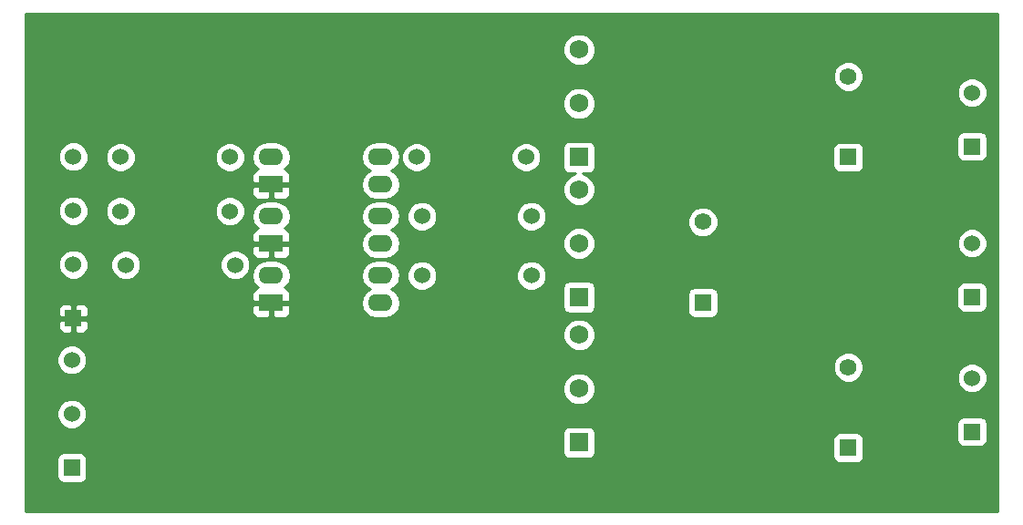
<source format=gbr>
G04 #@! TF.FileFunction,Copper,L2,Bot,Signal*
%FSLAX46Y46*%
G04 Gerber Fmt 4.6, Leading zero omitted, Abs format (unit mm)*
G04 Created by KiCad (PCBNEW 4.0.7-e1-6374~58~ubuntu14.04.1) date Fri Aug 18 20:02:15 2017*
%MOMM*%
%LPD*%
G01*
G04 APERTURE LIST*
%ADD10C,0.100000*%
%ADD11C,1.524000*%
%ADD12R,1.562100X1.562100*%
%ADD13C,1.562100*%
%ADD14R,1.524000X1.524000*%
%ADD15R,1.750000X1.750000*%
%ADD16C,1.750000*%
%ADD17R,2.286000X1.574800*%
%ADD18O,2.286000X1.574800*%
%ADD19C,0.254000*%
G04 APERTURE END LIST*
D10*
D11*
X167580000Y-140500000D03*
X157420000Y-140500000D03*
X167580000Y-145500000D03*
X157420000Y-145500000D03*
X168080000Y-150500000D03*
X157920000Y-150500000D03*
X184920000Y-140500000D03*
X195080000Y-140500000D03*
X185420000Y-146000000D03*
X195580000Y-146000000D03*
X185420000Y-151500000D03*
X195580000Y-151500000D03*
D12*
X225000000Y-140493000D03*
D13*
X225000000Y-133000000D03*
D12*
X211500000Y-153993000D03*
D13*
X211500000Y-146500000D03*
D12*
X225000000Y-167493000D03*
D13*
X225000000Y-160000000D03*
D14*
X236500000Y-166000000D03*
D11*
X236500000Y-161000000D03*
D14*
X236500000Y-139500000D03*
D11*
X236500000Y-134500000D03*
D14*
X236500000Y-153500000D03*
D11*
X236500000Y-148500000D03*
D14*
X153035000Y-155455000D03*
D11*
X153035000Y-150455000D03*
X153035000Y-145455000D03*
X153035000Y-140455000D03*
D14*
X152908000Y-169338000D03*
D11*
X152908000Y-164338000D03*
X152908000Y-159338000D03*
D15*
X200000000Y-140500000D03*
D16*
X200000000Y-135500000D03*
X200000000Y-130500000D03*
D15*
X200000000Y-153500000D03*
D16*
X200000000Y-148500000D03*
X200000000Y-143500000D03*
D15*
X200000000Y-167000000D03*
D16*
X200000000Y-162000000D03*
X200000000Y-157000000D03*
D17*
X171420000Y-154020000D03*
D18*
X171420000Y-151480000D03*
X181580000Y-151480000D03*
X181580000Y-154020000D03*
D17*
X171420000Y-148520000D03*
D18*
X171420000Y-145980000D03*
X181580000Y-145980000D03*
X181580000Y-148520000D03*
D17*
X171420000Y-143020000D03*
D18*
X171420000Y-140480000D03*
X181580000Y-140480000D03*
X181580000Y-143020000D03*
D19*
G36*
X238873000Y-173373000D02*
X148627000Y-173373000D01*
X148627000Y-168576000D01*
X151498560Y-168576000D01*
X151498560Y-170100000D01*
X151542838Y-170335317D01*
X151681910Y-170551441D01*
X151894110Y-170696431D01*
X152146000Y-170747440D01*
X153670000Y-170747440D01*
X153905317Y-170703162D01*
X154121441Y-170564090D01*
X154266431Y-170351890D01*
X154317440Y-170100000D01*
X154317440Y-168576000D01*
X154273162Y-168340683D01*
X154134090Y-168124559D01*
X153921890Y-167979569D01*
X153670000Y-167928560D01*
X152146000Y-167928560D01*
X151910683Y-167972838D01*
X151694559Y-168111910D01*
X151549569Y-168324110D01*
X151498560Y-168576000D01*
X148627000Y-168576000D01*
X148627000Y-166125000D01*
X198477560Y-166125000D01*
X198477560Y-167875000D01*
X198521838Y-168110317D01*
X198660910Y-168326441D01*
X198873110Y-168471431D01*
X199125000Y-168522440D01*
X200875000Y-168522440D01*
X201110317Y-168478162D01*
X201326441Y-168339090D01*
X201471431Y-168126890D01*
X201522440Y-167875000D01*
X201522440Y-166711950D01*
X223571510Y-166711950D01*
X223571510Y-168274050D01*
X223615788Y-168509367D01*
X223754860Y-168725491D01*
X223967060Y-168870481D01*
X224218950Y-168921490D01*
X225781050Y-168921490D01*
X226016367Y-168877212D01*
X226232491Y-168738140D01*
X226377481Y-168525940D01*
X226428490Y-168274050D01*
X226428490Y-166711950D01*
X226384212Y-166476633D01*
X226245140Y-166260509D01*
X226032940Y-166115519D01*
X225781050Y-166064510D01*
X224218950Y-166064510D01*
X223983633Y-166108788D01*
X223767509Y-166247860D01*
X223622519Y-166460060D01*
X223571510Y-166711950D01*
X201522440Y-166711950D01*
X201522440Y-166125000D01*
X201478162Y-165889683D01*
X201339090Y-165673559D01*
X201126890Y-165528569D01*
X200875000Y-165477560D01*
X199125000Y-165477560D01*
X198889683Y-165521838D01*
X198673559Y-165660910D01*
X198528569Y-165873110D01*
X198477560Y-166125000D01*
X148627000Y-166125000D01*
X148627000Y-164614661D01*
X151510758Y-164614661D01*
X151722990Y-165128303D01*
X152115630Y-165521629D01*
X152628900Y-165734757D01*
X153184661Y-165735242D01*
X153698303Y-165523010D01*
X153983810Y-165238000D01*
X235090560Y-165238000D01*
X235090560Y-166762000D01*
X235134838Y-166997317D01*
X235273910Y-167213441D01*
X235486110Y-167358431D01*
X235738000Y-167409440D01*
X237262000Y-167409440D01*
X237497317Y-167365162D01*
X237713441Y-167226090D01*
X237858431Y-167013890D01*
X237909440Y-166762000D01*
X237909440Y-165238000D01*
X237865162Y-165002683D01*
X237726090Y-164786559D01*
X237513890Y-164641569D01*
X237262000Y-164590560D01*
X235738000Y-164590560D01*
X235502683Y-164634838D01*
X235286559Y-164773910D01*
X235141569Y-164986110D01*
X235090560Y-165238000D01*
X153983810Y-165238000D01*
X154091629Y-165130370D01*
X154304757Y-164617100D01*
X154305242Y-164061339D01*
X154093010Y-163547697D01*
X153700370Y-163154371D01*
X153187100Y-162941243D01*
X152631339Y-162940758D01*
X152117697Y-163152990D01*
X151724371Y-163545630D01*
X151511243Y-164058900D01*
X151510758Y-164614661D01*
X148627000Y-164614661D01*
X148627000Y-162299040D01*
X198489738Y-162299040D01*
X198719138Y-162854229D01*
X199143537Y-163279370D01*
X199698325Y-163509738D01*
X200299040Y-163510262D01*
X200854229Y-163280862D01*
X201279370Y-162856463D01*
X201509738Y-162301675D01*
X201510262Y-161700960D01*
X201280862Y-161145771D01*
X200856463Y-160720630D01*
X200301675Y-160490262D01*
X199700960Y-160489738D01*
X199145771Y-160719138D01*
X198720630Y-161143537D01*
X198490262Y-161698325D01*
X198489738Y-162299040D01*
X148627000Y-162299040D01*
X148627000Y-159614661D01*
X151510758Y-159614661D01*
X151722990Y-160128303D01*
X152115630Y-160521629D01*
X152628900Y-160734757D01*
X153184661Y-160735242D01*
X153698303Y-160523010D01*
X153941302Y-160280434D01*
X223583705Y-160280434D01*
X223798831Y-160801080D01*
X224196825Y-161199769D01*
X224717095Y-161415804D01*
X225280434Y-161416295D01*
X225618374Y-161276661D01*
X235102758Y-161276661D01*
X235314990Y-161790303D01*
X235707630Y-162183629D01*
X236220900Y-162396757D01*
X236776661Y-162397242D01*
X237290303Y-162185010D01*
X237683629Y-161792370D01*
X237896757Y-161279100D01*
X237897242Y-160723339D01*
X237685010Y-160209697D01*
X237292370Y-159816371D01*
X236779100Y-159603243D01*
X236223339Y-159602758D01*
X235709697Y-159814990D01*
X235316371Y-160207630D01*
X235103243Y-160720900D01*
X235102758Y-161276661D01*
X225618374Y-161276661D01*
X225801080Y-161201169D01*
X226199769Y-160803175D01*
X226415804Y-160282905D01*
X226416295Y-159719566D01*
X226201169Y-159198920D01*
X225803175Y-158800231D01*
X225282905Y-158584196D01*
X224719566Y-158583705D01*
X224198920Y-158798831D01*
X223800231Y-159196825D01*
X223584196Y-159717095D01*
X223583705Y-160280434D01*
X153941302Y-160280434D01*
X154091629Y-160130370D01*
X154304757Y-159617100D01*
X154305242Y-159061339D01*
X154093010Y-158547697D01*
X153700370Y-158154371D01*
X153187100Y-157941243D01*
X152631339Y-157940758D01*
X152117697Y-158152990D01*
X151724371Y-158545630D01*
X151511243Y-159058900D01*
X151510758Y-159614661D01*
X148627000Y-159614661D01*
X148627000Y-157299040D01*
X198489738Y-157299040D01*
X198719138Y-157854229D01*
X199143537Y-158279370D01*
X199698325Y-158509738D01*
X200299040Y-158510262D01*
X200854229Y-158280862D01*
X201279370Y-157856463D01*
X201509738Y-157301675D01*
X201510262Y-156700960D01*
X201280862Y-156145771D01*
X200856463Y-155720630D01*
X200301675Y-155490262D01*
X199700960Y-155489738D01*
X199145771Y-155719138D01*
X198720630Y-156143537D01*
X198490262Y-156698325D01*
X198489738Y-157299040D01*
X148627000Y-157299040D01*
X148627000Y-155740750D01*
X151638000Y-155740750D01*
X151638000Y-156343309D01*
X151734673Y-156576698D01*
X151913301Y-156755327D01*
X152146690Y-156852000D01*
X152749250Y-156852000D01*
X152908000Y-156693250D01*
X152908000Y-155582000D01*
X153162000Y-155582000D01*
X153162000Y-156693250D01*
X153320750Y-156852000D01*
X153923310Y-156852000D01*
X154156699Y-156755327D01*
X154335327Y-156576698D01*
X154432000Y-156343309D01*
X154432000Y-155740750D01*
X154273250Y-155582000D01*
X153162000Y-155582000D01*
X152908000Y-155582000D01*
X151796750Y-155582000D01*
X151638000Y-155740750D01*
X148627000Y-155740750D01*
X148627000Y-154566691D01*
X151638000Y-154566691D01*
X151638000Y-155169250D01*
X151796750Y-155328000D01*
X152908000Y-155328000D01*
X152908000Y-154216750D01*
X153162000Y-154216750D01*
X153162000Y-155328000D01*
X154273250Y-155328000D01*
X154432000Y-155169250D01*
X154432000Y-154566691D01*
X154335327Y-154333302D01*
X154307776Y-154305750D01*
X169642000Y-154305750D01*
X169642000Y-154933710D01*
X169738673Y-155167099D01*
X169917302Y-155345727D01*
X170150691Y-155442400D01*
X171134250Y-155442400D01*
X171293000Y-155283650D01*
X171293000Y-154147000D01*
X171547000Y-154147000D01*
X171547000Y-155283650D01*
X171705750Y-155442400D01*
X172689309Y-155442400D01*
X172922698Y-155345727D01*
X173101327Y-155167099D01*
X173198000Y-154933710D01*
X173198000Y-154305750D01*
X173039250Y-154147000D01*
X171547000Y-154147000D01*
X171293000Y-154147000D01*
X169800750Y-154147000D01*
X169642000Y-154305750D01*
X154307776Y-154305750D01*
X154156699Y-154154673D01*
X153923310Y-154058000D01*
X153320750Y-154058000D01*
X153162000Y-154216750D01*
X152908000Y-154216750D01*
X152749250Y-154058000D01*
X152146690Y-154058000D01*
X151913301Y-154154673D01*
X151734673Y-154333302D01*
X151638000Y-154566691D01*
X148627000Y-154566691D01*
X148627000Y-150731661D01*
X151637758Y-150731661D01*
X151849990Y-151245303D01*
X152242630Y-151638629D01*
X152755900Y-151851757D01*
X153311661Y-151852242D01*
X153825303Y-151640010D01*
X154218629Y-151247370D01*
X154414084Y-150776661D01*
X156522758Y-150776661D01*
X156734990Y-151290303D01*
X157127630Y-151683629D01*
X157640900Y-151896757D01*
X158196661Y-151897242D01*
X158710303Y-151685010D01*
X159103629Y-151292370D01*
X159316757Y-150779100D01*
X159316759Y-150776661D01*
X166682758Y-150776661D01*
X166894990Y-151290303D01*
X167287630Y-151683629D01*
X167800900Y-151896757D01*
X168356661Y-151897242D01*
X168870303Y-151685010D01*
X169075671Y-151480000D01*
X169607167Y-151480000D01*
X169715441Y-152024329D01*
X170023778Y-152485789D01*
X170191115Y-152597600D01*
X170150691Y-152597600D01*
X169917302Y-152694273D01*
X169738673Y-152872901D01*
X169642000Y-153106290D01*
X169642000Y-153734250D01*
X169800750Y-153893000D01*
X171293000Y-153893000D01*
X171293000Y-153873000D01*
X171547000Y-153873000D01*
X171547000Y-153893000D01*
X173039250Y-153893000D01*
X173198000Y-153734250D01*
X173198000Y-153106290D01*
X173101327Y-152872901D01*
X172922698Y-152694273D01*
X172689309Y-152597600D01*
X172648885Y-152597600D01*
X172816222Y-152485789D01*
X173124559Y-152024329D01*
X173232833Y-151480000D01*
X179767167Y-151480000D01*
X179875441Y-152024329D01*
X180183778Y-152485789D01*
X180579199Y-152750000D01*
X180183778Y-153014211D01*
X179875441Y-153475671D01*
X179767167Y-154020000D01*
X179875441Y-154564329D01*
X180183778Y-155025789D01*
X180645238Y-155334126D01*
X181189567Y-155442400D01*
X181970433Y-155442400D01*
X182514762Y-155334126D01*
X182976222Y-155025789D01*
X183284559Y-154564329D01*
X183392833Y-154020000D01*
X183284559Y-153475671D01*
X182976222Y-153014211D01*
X182580801Y-152750000D01*
X182976222Y-152485789D01*
X183284559Y-152024329D01*
X183333823Y-151776661D01*
X184022758Y-151776661D01*
X184234990Y-152290303D01*
X184627630Y-152683629D01*
X185140900Y-152896757D01*
X185696661Y-152897242D01*
X186210303Y-152685010D01*
X186603629Y-152292370D01*
X186816757Y-151779100D01*
X186816759Y-151776661D01*
X194182758Y-151776661D01*
X194394990Y-152290303D01*
X194787630Y-152683629D01*
X195300900Y-152896757D01*
X195856661Y-152897242D01*
X196370303Y-152685010D01*
X196430417Y-152625000D01*
X198477560Y-152625000D01*
X198477560Y-154375000D01*
X198521838Y-154610317D01*
X198660910Y-154826441D01*
X198873110Y-154971431D01*
X199125000Y-155022440D01*
X200875000Y-155022440D01*
X201110317Y-154978162D01*
X201326441Y-154839090D01*
X201471431Y-154626890D01*
X201522440Y-154375000D01*
X201522440Y-153211950D01*
X210071510Y-153211950D01*
X210071510Y-154774050D01*
X210115788Y-155009367D01*
X210254860Y-155225491D01*
X210467060Y-155370481D01*
X210718950Y-155421490D01*
X212281050Y-155421490D01*
X212516367Y-155377212D01*
X212732491Y-155238140D01*
X212877481Y-155025940D01*
X212928490Y-154774050D01*
X212928490Y-153211950D01*
X212884212Y-152976633D01*
X212745140Y-152760509D01*
X212712197Y-152738000D01*
X235090560Y-152738000D01*
X235090560Y-154262000D01*
X235134838Y-154497317D01*
X235273910Y-154713441D01*
X235486110Y-154858431D01*
X235738000Y-154909440D01*
X237262000Y-154909440D01*
X237497317Y-154865162D01*
X237713441Y-154726090D01*
X237858431Y-154513890D01*
X237909440Y-154262000D01*
X237909440Y-152738000D01*
X237865162Y-152502683D01*
X237726090Y-152286559D01*
X237513890Y-152141569D01*
X237262000Y-152090560D01*
X235738000Y-152090560D01*
X235502683Y-152134838D01*
X235286559Y-152273910D01*
X235141569Y-152486110D01*
X235090560Y-152738000D01*
X212712197Y-152738000D01*
X212532940Y-152615519D01*
X212281050Y-152564510D01*
X210718950Y-152564510D01*
X210483633Y-152608788D01*
X210267509Y-152747860D01*
X210122519Y-152960060D01*
X210071510Y-153211950D01*
X201522440Y-153211950D01*
X201522440Y-152625000D01*
X201478162Y-152389683D01*
X201339090Y-152173559D01*
X201126890Y-152028569D01*
X200875000Y-151977560D01*
X199125000Y-151977560D01*
X198889683Y-152021838D01*
X198673559Y-152160910D01*
X198528569Y-152373110D01*
X198477560Y-152625000D01*
X196430417Y-152625000D01*
X196763629Y-152292370D01*
X196976757Y-151779100D01*
X196977242Y-151223339D01*
X196765010Y-150709697D01*
X196372370Y-150316371D01*
X195859100Y-150103243D01*
X195303339Y-150102758D01*
X194789697Y-150314990D01*
X194396371Y-150707630D01*
X194183243Y-151220900D01*
X194182758Y-151776661D01*
X186816759Y-151776661D01*
X186817242Y-151223339D01*
X186605010Y-150709697D01*
X186212370Y-150316371D01*
X185699100Y-150103243D01*
X185143339Y-150102758D01*
X184629697Y-150314990D01*
X184236371Y-150707630D01*
X184023243Y-151220900D01*
X184022758Y-151776661D01*
X183333823Y-151776661D01*
X183392833Y-151480000D01*
X183284559Y-150935671D01*
X182976222Y-150474211D01*
X182514762Y-150165874D01*
X181970433Y-150057600D01*
X181189567Y-150057600D01*
X180645238Y-150165874D01*
X180183778Y-150474211D01*
X179875441Y-150935671D01*
X179767167Y-151480000D01*
X173232833Y-151480000D01*
X173124559Y-150935671D01*
X172816222Y-150474211D01*
X172354762Y-150165874D01*
X171810433Y-150057600D01*
X171029567Y-150057600D01*
X170485238Y-150165874D01*
X170023778Y-150474211D01*
X169715441Y-150935671D01*
X169607167Y-151480000D01*
X169075671Y-151480000D01*
X169263629Y-151292370D01*
X169476757Y-150779100D01*
X169477242Y-150223339D01*
X169265010Y-149709697D01*
X168872370Y-149316371D01*
X168359100Y-149103243D01*
X167803339Y-149102758D01*
X167289697Y-149314990D01*
X166896371Y-149707630D01*
X166683243Y-150220900D01*
X166682758Y-150776661D01*
X159316759Y-150776661D01*
X159317242Y-150223339D01*
X159105010Y-149709697D01*
X158712370Y-149316371D01*
X158199100Y-149103243D01*
X157643339Y-149102758D01*
X157129697Y-149314990D01*
X156736371Y-149707630D01*
X156523243Y-150220900D01*
X156522758Y-150776661D01*
X154414084Y-150776661D01*
X154431757Y-150734100D01*
X154432242Y-150178339D01*
X154220010Y-149664697D01*
X153827370Y-149271371D01*
X153314100Y-149058243D01*
X152758339Y-149057758D01*
X152244697Y-149269990D01*
X151851371Y-149662630D01*
X151638243Y-150175900D01*
X151637758Y-150731661D01*
X148627000Y-150731661D01*
X148627000Y-148805750D01*
X169642000Y-148805750D01*
X169642000Y-149433710D01*
X169738673Y-149667099D01*
X169917302Y-149845727D01*
X170150691Y-149942400D01*
X171134250Y-149942400D01*
X171293000Y-149783650D01*
X171293000Y-148647000D01*
X171547000Y-148647000D01*
X171547000Y-149783650D01*
X171705750Y-149942400D01*
X172689309Y-149942400D01*
X172922698Y-149845727D01*
X173101327Y-149667099D01*
X173198000Y-149433710D01*
X173198000Y-148805750D01*
X173039250Y-148647000D01*
X171547000Y-148647000D01*
X171293000Y-148647000D01*
X169800750Y-148647000D01*
X169642000Y-148805750D01*
X148627000Y-148805750D01*
X148627000Y-145731661D01*
X151637758Y-145731661D01*
X151849990Y-146245303D01*
X152242630Y-146638629D01*
X152755900Y-146851757D01*
X153311661Y-146852242D01*
X153825303Y-146640010D01*
X154218629Y-146247370D01*
X154414084Y-145776661D01*
X156022758Y-145776661D01*
X156234990Y-146290303D01*
X156627630Y-146683629D01*
X157140900Y-146896757D01*
X157696661Y-146897242D01*
X158210303Y-146685010D01*
X158603629Y-146292370D01*
X158816757Y-145779100D01*
X158816759Y-145776661D01*
X166182758Y-145776661D01*
X166394990Y-146290303D01*
X166787630Y-146683629D01*
X167300900Y-146896757D01*
X167856661Y-146897242D01*
X168370303Y-146685010D01*
X168763629Y-146292370D01*
X168893336Y-145980000D01*
X169607167Y-145980000D01*
X169715441Y-146524329D01*
X170023778Y-146985789D01*
X170191115Y-147097600D01*
X170150691Y-147097600D01*
X169917302Y-147194273D01*
X169738673Y-147372901D01*
X169642000Y-147606290D01*
X169642000Y-148234250D01*
X169800750Y-148393000D01*
X171293000Y-148393000D01*
X171293000Y-148373000D01*
X171547000Y-148373000D01*
X171547000Y-148393000D01*
X173039250Y-148393000D01*
X173198000Y-148234250D01*
X173198000Y-147606290D01*
X173101327Y-147372901D01*
X172922698Y-147194273D01*
X172689309Y-147097600D01*
X172648885Y-147097600D01*
X172816222Y-146985789D01*
X173124559Y-146524329D01*
X173232833Y-145980000D01*
X179767167Y-145980000D01*
X179875441Y-146524329D01*
X180183778Y-146985789D01*
X180579199Y-147250000D01*
X180183778Y-147514211D01*
X179875441Y-147975671D01*
X179767167Y-148520000D01*
X179875441Y-149064329D01*
X180183778Y-149525789D01*
X180645238Y-149834126D01*
X181189567Y-149942400D01*
X181970433Y-149942400D01*
X182514762Y-149834126D01*
X182976222Y-149525789D01*
X183284559Y-149064329D01*
X183337328Y-148799040D01*
X198489738Y-148799040D01*
X198719138Y-149354229D01*
X199143537Y-149779370D01*
X199698325Y-150009738D01*
X200299040Y-150010262D01*
X200854229Y-149780862D01*
X201279370Y-149356463D01*
X201509738Y-148801675D01*
X201509759Y-148776661D01*
X235102758Y-148776661D01*
X235314990Y-149290303D01*
X235707630Y-149683629D01*
X236220900Y-149896757D01*
X236776661Y-149897242D01*
X237290303Y-149685010D01*
X237683629Y-149292370D01*
X237896757Y-148779100D01*
X237897242Y-148223339D01*
X237685010Y-147709697D01*
X237292370Y-147316371D01*
X236779100Y-147103243D01*
X236223339Y-147102758D01*
X235709697Y-147314990D01*
X235316371Y-147707630D01*
X235103243Y-148220900D01*
X235102758Y-148776661D01*
X201509759Y-148776661D01*
X201510262Y-148200960D01*
X201280862Y-147645771D01*
X200856463Y-147220630D01*
X200301675Y-146990262D01*
X199700960Y-146989738D01*
X199145771Y-147219138D01*
X198720630Y-147643537D01*
X198490262Y-148198325D01*
X198489738Y-148799040D01*
X183337328Y-148799040D01*
X183392833Y-148520000D01*
X183284559Y-147975671D01*
X182976222Y-147514211D01*
X182580801Y-147250000D01*
X182976222Y-146985789D01*
X183284559Y-146524329D01*
X183333823Y-146276661D01*
X184022758Y-146276661D01*
X184234990Y-146790303D01*
X184627630Y-147183629D01*
X185140900Y-147396757D01*
X185696661Y-147397242D01*
X186210303Y-147185010D01*
X186603629Y-146792370D01*
X186816757Y-146279100D01*
X186816759Y-146276661D01*
X194182758Y-146276661D01*
X194394990Y-146790303D01*
X194787630Y-147183629D01*
X195300900Y-147396757D01*
X195856661Y-147397242D01*
X196370303Y-147185010D01*
X196763629Y-146792370D01*
X196768585Y-146780434D01*
X210083705Y-146780434D01*
X210298831Y-147301080D01*
X210696825Y-147699769D01*
X211217095Y-147915804D01*
X211780434Y-147916295D01*
X212301080Y-147701169D01*
X212699769Y-147303175D01*
X212915804Y-146782905D01*
X212916295Y-146219566D01*
X212701169Y-145698920D01*
X212303175Y-145300231D01*
X211782905Y-145084196D01*
X211219566Y-145083705D01*
X210698920Y-145298831D01*
X210300231Y-145696825D01*
X210084196Y-146217095D01*
X210083705Y-146780434D01*
X196768585Y-146780434D01*
X196976757Y-146279100D01*
X196977242Y-145723339D01*
X196765010Y-145209697D01*
X196372370Y-144816371D01*
X195859100Y-144603243D01*
X195303339Y-144602758D01*
X194789697Y-144814990D01*
X194396371Y-145207630D01*
X194183243Y-145720900D01*
X194182758Y-146276661D01*
X186816759Y-146276661D01*
X186817242Y-145723339D01*
X186605010Y-145209697D01*
X186212370Y-144816371D01*
X185699100Y-144603243D01*
X185143339Y-144602758D01*
X184629697Y-144814990D01*
X184236371Y-145207630D01*
X184023243Y-145720900D01*
X184022758Y-146276661D01*
X183333823Y-146276661D01*
X183392833Y-145980000D01*
X183284559Y-145435671D01*
X182976222Y-144974211D01*
X182514762Y-144665874D01*
X181970433Y-144557600D01*
X181189567Y-144557600D01*
X180645238Y-144665874D01*
X180183778Y-144974211D01*
X179875441Y-145435671D01*
X179767167Y-145980000D01*
X173232833Y-145980000D01*
X173124559Y-145435671D01*
X172816222Y-144974211D01*
X172354762Y-144665874D01*
X171810433Y-144557600D01*
X171029567Y-144557600D01*
X170485238Y-144665874D01*
X170023778Y-144974211D01*
X169715441Y-145435671D01*
X169607167Y-145980000D01*
X168893336Y-145980000D01*
X168976757Y-145779100D01*
X168977242Y-145223339D01*
X168765010Y-144709697D01*
X168372370Y-144316371D01*
X167859100Y-144103243D01*
X167303339Y-144102758D01*
X166789697Y-144314990D01*
X166396371Y-144707630D01*
X166183243Y-145220900D01*
X166182758Y-145776661D01*
X158816759Y-145776661D01*
X158817242Y-145223339D01*
X158605010Y-144709697D01*
X158212370Y-144316371D01*
X157699100Y-144103243D01*
X157143339Y-144102758D01*
X156629697Y-144314990D01*
X156236371Y-144707630D01*
X156023243Y-145220900D01*
X156022758Y-145776661D01*
X154414084Y-145776661D01*
X154431757Y-145734100D01*
X154432242Y-145178339D01*
X154220010Y-144664697D01*
X153827370Y-144271371D01*
X153314100Y-144058243D01*
X152758339Y-144057758D01*
X152244697Y-144269990D01*
X151851371Y-144662630D01*
X151638243Y-145175900D01*
X151637758Y-145731661D01*
X148627000Y-145731661D01*
X148627000Y-143305750D01*
X169642000Y-143305750D01*
X169642000Y-143933710D01*
X169738673Y-144167099D01*
X169917302Y-144345727D01*
X170150691Y-144442400D01*
X171134250Y-144442400D01*
X171293000Y-144283650D01*
X171293000Y-143147000D01*
X171547000Y-143147000D01*
X171547000Y-144283650D01*
X171705750Y-144442400D01*
X172689309Y-144442400D01*
X172922698Y-144345727D01*
X173101327Y-144167099D01*
X173198000Y-143933710D01*
X173198000Y-143305750D01*
X173039250Y-143147000D01*
X171547000Y-143147000D01*
X171293000Y-143147000D01*
X169800750Y-143147000D01*
X169642000Y-143305750D01*
X148627000Y-143305750D01*
X148627000Y-140731661D01*
X151637758Y-140731661D01*
X151849990Y-141245303D01*
X152242630Y-141638629D01*
X152755900Y-141851757D01*
X153311661Y-141852242D01*
X153825303Y-141640010D01*
X154218629Y-141247370D01*
X154414084Y-140776661D01*
X156022758Y-140776661D01*
X156234990Y-141290303D01*
X156627630Y-141683629D01*
X157140900Y-141896757D01*
X157696661Y-141897242D01*
X158210303Y-141685010D01*
X158603629Y-141292370D01*
X158816757Y-140779100D01*
X158816759Y-140776661D01*
X166182758Y-140776661D01*
X166394990Y-141290303D01*
X166787630Y-141683629D01*
X167300900Y-141896757D01*
X167856661Y-141897242D01*
X168370303Y-141685010D01*
X168763629Y-141292370D01*
X168976757Y-140779100D01*
X168977018Y-140480000D01*
X169607167Y-140480000D01*
X169715441Y-141024329D01*
X170023778Y-141485789D01*
X170191115Y-141597600D01*
X170150691Y-141597600D01*
X169917302Y-141694273D01*
X169738673Y-141872901D01*
X169642000Y-142106290D01*
X169642000Y-142734250D01*
X169800750Y-142893000D01*
X171293000Y-142893000D01*
X171293000Y-142873000D01*
X171547000Y-142873000D01*
X171547000Y-142893000D01*
X173039250Y-142893000D01*
X173198000Y-142734250D01*
X173198000Y-142106290D01*
X173101327Y-141872901D01*
X172922698Y-141694273D01*
X172689309Y-141597600D01*
X172648885Y-141597600D01*
X172816222Y-141485789D01*
X173124559Y-141024329D01*
X173232833Y-140480000D01*
X179767167Y-140480000D01*
X179875441Y-141024329D01*
X180183778Y-141485789D01*
X180579199Y-141750000D01*
X180183778Y-142014211D01*
X179875441Y-142475671D01*
X179767167Y-143020000D01*
X179875441Y-143564329D01*
X180183778Y-144025789D01*
X180645238Y-144334126D01*
X181189567Y-144442400D01*
X181970433Y-144442400D01*
X182514762Y-144334126D01*
X182976222Y-144025789D01*
X183284559Y-143564329D01*
X183392833Y-143020000D01*
X183284559Y-142475671D01*
X182976222Y-142014211D01*
X182580801Y-141750000D01*
X182976222Y-141485789D01*
X183284559Y-141024329D01*
X183333823Y-140776661D01*
X183522758Y-140776661D01*
X183734990Y-141290303D01*
X184127630Y-141683629D01*
X184640900Y-141896757D01*
X185196661Y-141897242D01*
X185710303Y-141685010D01*
X186103629Y-141292370D01*
X186316757Y-140779100D01*
X186316759Y-140776661D01*
X193682758Y-140776661D01*
X193894990Y-141290303D01*
X194287630Y-141683629D01*
X194800900Y-141896757D01*
X195356661Y-141897242D01*
X195870303Y-141685010D01*
X196263629Y-141292370D01*
X196476757Y-140779100D01*
X196477242Y-140223339D01*
X196265010Y-139709697D01*
X196180461Y-139625000D01*
X198477560Y-139625000D01*
X198477560Y-141375000D01*
X198521838Y-141610317D01*
X198660910Y-141826441D01*
X198873110Y-141971431D01*
X199125000Y-142022440D01*
X199621815Y-142022440D01*
X199145771Y-142219138D01*
X198720630Y-142643537D01*
X198490262Y-143198325D01*
X198489738Y-143799040D01*
X198719138Y-144354229D01*
X199143537Y-144779370D01*
X199698325Y-145009738D01*
X200299040Y-145010262D01*
X200854229Y-144780862D01*
X201279370Y-144356463D01*
X201509738Y-143801675D01*
X201510262Y-143200960D01*
X201280862Y-142645771D01*
X200856463Y-142220630D01*
X200379168Y-142022440D01*
X200875000Y-142022440D01*
X201110317Y-141978162D01*
X201326441Y-141839090D01*
X201471431Y-141626890D01*
X201522440Y-141375000D01*
X201522440Y-139711950D01*
X223571510Y-139711950D01*
X223571510Y-141274050D01*
X223615788Y-141509367D01*
X223754860Y-141725491D01*
X223967060Y-141870481D01*
X224218950Y-141921490D01*
X225781050Y-141921490D01*
X226016367Y-141877212D01*
X226232491Y-141738140D01*
X226377481Y-141525940D01*
X226428490Y-141274050D01*
X226428490Y-139711950D01*
X226384212Y-139476633D01*
X226245140Y-139260509D01*
X226032940Y-139115519D01*
X225781050Y-139064510D01*
X224218950Y-139064510D01*
X223983633Y-139108788D01*
X223767509Y-139247860D01*
X223622519Y-139460060D01*
X223571510Y-139711950D01*
X201522440Y-139711950D01*
X201522440Y-139625000D01*
X201478162Y-139389683D01*
X201339090Y-139173559D01*
X201126890Y-139028569D01*
X200875000Y-138977560D01*
X199125000Y-138977560D01*
X198889683Y-139021838D01*
X198673559Y-139160910D01*
X198528569Y-139373110D01*
X198477560Y-139625000D01*
X196180461Y-139625000D01*
X195872370Y-139316371D01*
X195359100Y-139103243D01*
X194803339Y-139102758D01*
X194289697Y-139314990D01*
X193896371Y-139707630D01*
X193683243Y-140220900D01*
X193682758Y-140776661D01*
X186316759Y-140776661D01*
X186317242Y-140223339D01*
X186105010Y-139709697D01*
X185712370Y-139316371D01*
X185199100Y-139103243D01*
X184643339Y-139102758D01*
X184129697Y-139314990D01*
X183736371Y-139707630D01*
X183523243Y-140220900D01*
X183522758Y-140776661D01*
X183333823Y-140776661D01*
X183392833Y-140480000D01*
X183284559Y-139935671D01*
X182976222Y-139474211D01*
X182514762Y-139165874D01*
X181970433Y-139057600D01*
X181189567Y-139057600D01*
X180645238Y-139165874D01*
X180183778Y-139474211D01*
X179875441Y-139935671D01*
X179767167Y-140480000D01*
X173232833Y-140480000D01*
X173124559Y-139935671D01*
X172816222Y-139474211D01*
X172354762Y-139165874D01*
X171810433Y-139057600D01*
X171029567Y-139057600D01*
X170485238Y-139165874D01*
X170023778Y-139474211D01*
X169715441Y-139935671D01*
X169607167Y-140480000D01*
X168977018Y-140480000D01*
X168977242Y-140223339D01*
X168765010Y-139709697D01*
X168372370Y-139316371D01*
X167859100Y-139103243D01*
X167303339Y-139102758D01*
X166789697Y-139314990D01*
X166396371Y-139707630D01*
X166183243Y-140220900D01*
X166182758Y-140776661D01*
X158816759Y-140776661D01*
X158817242Y-140223339D01*
X158605010Y-139709697D01*
X158212370Y-139316371D01*
X157699100Y-139103243D01*
X157143339Y-139102758D01*
X156629697Y-139314990D01*
X156236371Y-139707630D01*
X156023243Y-140220900D01*
X156022758Y-140776661D01*
X154414084Y-140776661D01*
X154431757Y-140734100D01*
X154432242Y-140178339D01*
X154220010Y-139664697D01*
X153827370Y-139271371D01*
X153314100Y-139058243D01*
X152758339Y-139057758D01*
X152244697Y-139269990D01*
X151851371Y-139662630D01*
X151638243Y-140175900D01*
X151637758Y-140731661D01*
X148627000Y-140731661D01*
X148627000Y-138738000D01*
X235090560Y-138738000D01*
X235090560Y-140262000D01*
X235134838Y-140497317D01*
X235273910Y-140713441D01*
X235486110Y-140858431D01*
X235738000Y-140909440D01*
X237262000Y-140909440D01*
X237497317Y-140865162D01*
X237713441Y-140726090D01*
X237858431Y-140513890D01*
X237909440Y-140262000D01*
X237909440Y-138738000D01*
X237865162Y-138502683D01*
X237726090Y-138286559D01*
X237513890Y-138141569D01*
X237262000Y-138090560D01*
X235738000Y-138090560D01*
X235502683Y-138134838D01*
X235286559Y-138273910D01*
X235141569Y-138486110D01*
X235090560Y-138738000D01*
X148627000Y-138738000D01*
X148627000Y-135799040D01*
X198489738Y-135799040D01*
X198719138Y-136354229D01*
X199143537Y-136779370D01*
X199698325Y-137009738D01*
X200299040Y-137010262D01*
X200854229Y-136780862D01*
X201279370Y-136356463D01*
X201509738Y-135801675D01*
X201510262Y-135200960D01*
X201334945Y-134776661D01*
X235102758Y-134776661D01*
X235314990Y-135290303D01*
X235707630Y-135683629D01*
X236220900Y-135896757D01*
X236776661Y-135897242D01*
X237290303Y-135685010D01*
X237683629Y-135292370D01*
X237896757Y-134779100D01*
X237897242Y-134223339D01*
X237685010Y-133709697D01*
X237292370Y-133316371D01*
X236779100Y-133103243D01*
X236223339Y-133102758D01*
X235709697Y-133314990D01*
X235316371Y-133707630D01*
X235103243Y-134220900D01*
X235102758Y-134776661D01*
X201334945Y-134776661D01*
X201280862Y-134645771D01*
X200856463Y-134220630D01*
X200301675Y-133990262D01*
X199700960Y-133989738D01*
X199145771Y-134219138D01*
X198720630Y-134643537D01*
X198490262Y-135198325D01*
X198489738Y-135799040D01*
X148627000Y-135799040D01*
X148627000Y-133280434D01*
X223583705Y-133280434D01*
X223798831Y-133801080D01*
X224196825Y-134199769D01*
X224717095Y-134415804D01*
X225280434Y-134416295D01*
X225801080Y-134201169D01*
X226199769Y-133803175D01*
X226415804Y-133282905D01*
X226416295Y-132719566D01*
X226201169Y-132198920D01*
X225803175Y-131800231D01*
X225282905Y-131584196D01*
X224719566Y-131583705D01*
X224198920Y-131798831D01*
X223800231Y-132196825D01*
X223584196Y-132717095D01*
X223583705Y-133280434D01*
X148627000Y-133280434D01*
X148627000Y-130799040D01*
X198489738Y-130799040D01*
X198719138Y-131354229D01*
X199143537Y-131779370D01*
X199698325Y-132009738D01*
X200299040Y-132010262D01*
X200854229Y-131780862D01*
X201279370Y-131356463D01*
X201509738Y-130801675D01*
X201510262Y-130200960D01*
X201280862Y-129645771D01*
X200856463Y-129220630D01*
X200301675Y-128990262D01*
X199700960Y-128989738D01*
X199145771Y-129219138D01*
X198720630Y-129643537D01*
X198490262Y-130198325D01*
X198489738Y-130799040D01*
X148627000Y-130799040D01*
X148627000Y-127127000D01*
X238873000Y-127127000D01*
X238873000Y-173373000D01*
X238873000Y-173373000D01*
G37*
X238873000Y-173373000D02*
X148627000Y-173373000D01*
X148627000Y-168576000D01*
X151498560Y-168576000D01*
X151498560Y-170100000D01*
X151542838Y-170335317D01*
X151681910Y-170551441D01*
X151894110Y-170696431D01*
X152146000Y-170747440D01*
X153670000Y-170747440D01*
X153905317Y-170703162D01*
X154121441Y-170564090D01*
X154266431Y-170351890D01*
X154317440Y-170100000D01*
X154317440Y-168576000D01*
X154273162Y-168340683D01*
X154134090Y-168124559D01*
X153921890Y-167979569D01*
X153670000Y-167928560D01*
X152146000Y-167928560D01*
X151910683Y-167972838D01*
X151694559Y-168111910D01*
X151549569Y-168324110D01*
X151498560Y-168576000D01*
X148627000Y-168576000D01*
X148627000Y-166125000D01*
X198477560Y-166125000D01*
X198477560Y-167875000D01*
X198521838Y-168110317D01*
X198660910Y-168326441D01*
X198873110Y-168471431D01*
X199125000Y-168522440D01*
X200875000Y-168522440D01*
X201110317Y-168478162D01*
X201326441Y-168339090D01*
X201471431Y-168126890D01*
X201522440Y-167875000D01*
X201522440Y-166711950D01*
X223571510Y-166711950D01*
X223571510Y-168274050D01*
X223615788Y-168509367D01*
X223754860Y-168725491D01*
X223967060Y-168870481D01*
X224218950Y-168921490D01*
X225781050Y-168921490D01*
X226016367Y-168877212D01*
X226232491Y-168738140D01*
X226377481Y-168525940D01*
X226428490Y-168274050D01*
X226428490Y-166711950D01*
X226384212Y-166476633D01*
X226245140Y-166260509D01*
X226032940Y-166115519D01*
X225781050Y-166064510D01*
X224218950Y-166064510D01*
X223983633Y-166108788D01*
X223767509Y-166247860D01*
X223622519Y-166460060D01*
X223571510Y-166711950D01*
X201522440Y-166711950D01*
X201522440Y-166125000D01*
X201478162Y-165889683D01*
X201339090Y-165673559D01*
X201126890Y-165528569D01*
X200875000Y-165477560D01*
X199125000Y-165477560D01*
X198889683Y-165521838D01*
X198673559Y-165660910D01*
X198528569Y-165873110D01*
X198477560Y-166125000D01*
X148627000Y-166125000D01*
X148627000Y-164614661D01*
X151510758Y-164614661D01*
X151722990Y-165128303D01*
X152115630Y-165521629D01*
X152628900Y-165734757D01*
X153184661Y-165735242D01*
X153698303Y-165523010D01*
X153983810Y-165238000D01*
X235090560Y-165238000D01*
X235090560Y-166762000D01*
X235134838Y-166997317D01*
X235273910Y-167213441D01*
X235486110Y-167358431D01*
X235738000Y-167409440D01*
X237262000Y-167409440D01*
X237497317Y-167365162D01*
X237713441Y-167226090D01*
X237858431Y-167013890D01*
X237909440Y-166762000D01*
X237909440Y-165238000D01*
X237865162Y-165002683D01*
X237726090Y-164786559D01*
X237513890Y-164641569D01*
X237262000Y-164590560D01*
X235738000Y-164590560D01*
X235502683Y-164634838D01*
X235286559Y-164773910D01*
X235141569Y-164986110D01*
X235090560Y-165238000D01*
X153983810Y-165238000D01*
X154091629Y-165130370D01*
X154304757Y-164617100D01*
X154305242Y-164061339D01*
X154093010Y-163547697D01*
X153700370Y-163154371D01*
X153187100Y-162941243D01*
X152631339Y-162940758D01*
X152117697Y-163152990D01*
X151724371Y-163545630D01*
X151511243Y-164058900D01*
X151510758Y-164614661D01*
X148627000Y-164614661D01*
X148627000Y-162299040D01*
X198489738Y-162299040D01*
X198719138Y-162854229D01*
X199143537Y-163279370D01*
X199698325Y-163509738D01*
X200299040Y-163510262D01*
X200854229Y-163280862D01*
X201279370Y-162856463D01*
X201509738Y-162301675D01*
X201510262Y-161700960D01*
X201280862Y-161145771D01*
X200856463Y-160720630D01*
X200301675Y-160490262D01*
X199700960Y-160489738D01*
X199145771Y-160719138D01*
X198720630Y-161143537D01*
X198490262Y-161698325D01*
X198489738Y-162299040D01*
X148627000Y-162299040D01*
X148627000Y-159614661D01*
X151510758Y-159614661D01*
X151722990Y-160128303D01*
X152115630Y-160521629D01*
X152628900Y-160734757D01*
X153184661Y-160735242D01*
X153698303Y-160523010D01*
X153941302Y-160280434D01*
X223583705Y-160280434D01*
X223798831Y-160801080D01*
X224196825Y-161199769D01*
X224717095Y-161415804D01*
X225280434Y-161416295D01*
X225618374Y-161276661D01*
X235102758Y-161276661D01*
X235314990Y-161790303D01*
X235707630Y-162183629D01*
X236220900Y-162396757D01*
X236776661Y-162397242D01*
X237290303Y-162185010D01*
X237683629Y-161792370D01*
X237896757Y-161279100D01*
X237897242Y-160723339D01*
X237685010Y-160209697D01*
X237292370Y-159816371D01*
X236779100Y-159603243D01*
X236223339Y-159602758D01*
X235709697Y-159814990D01*
X235316371Y-160207630D01*
X235103243Y-160720900D01*
X235102758Y-161276661D01*
X225618374Y-161276661D01*
X225801080Y-161201169D01*
X226199769Y-160803175D01*
X226415804Y-160282905D01*
X226416295Y-159719566D01*
X226201169Y-159198920D01*
X225803175Y-158800231D01*
X225282905Y-158584196D01*
X224719566Y-158583705D01*
X224198920Y-158798831D01*
X223800231Y-159196825D01*
X223584196Y-159717095D01*
X223583705Y-160280434D01*
X153941302Y-160280434D01*
X154091629Y-160130370D01*
X154304757Y-159617100D01*
X154305242Y-159061339D01*
X154093010Y-158547697D01*
X153700370Y-158154371D01*
X153187100Y-157941243D01*
X152631339Y-157940758D01*
X152117697Y-158152990D01*
X151724371Y-158545630D01*
X151511243Y-159058900D01*
X151510758Y-159614661D01*
X148627000Y-159614661D01*
X148627000Y-157299040D01*
X198489738Y-157299040D01*
X198719138Y-157854229D01*
X199143537Y-158279370D01*
X199698325Y-158509738D01*
X200299040Y-158510262D01*
X200854229Y-158280862D01*
X201279370Y-157856463D01*
X201509738Y-157301675D01*
X201510262Y-156700960D01*
X201280862Y-156145771D01*
X200856463Y-155720630D01*
X200301675Y-155490262D01*
X199700960Y-155489738D01*
X199145771Y-155719138D01*
X198720630Y-156143537D01*
X198490262Y-156698325D01*
X198489738Y-157299040D01*
X148627000Y-157299040D01*
X148627000Y-155740750D01*
X151638000Y-155740750D01*
X151638000Y-156343309D01*
X151734673Y-156576698D01*
X151913301Y-156755327D01*
X152146690Y-156852000D01*
X152749250Y-156852000D01*
X152908000Y-156693250D01*
X152908000Y-155582000D01*
X153162000Y-155582000D01*
X153162000Y-156693250D01*
X153320750Y-156852000D01*
X153923310Y-156852000D01*
X154156699Y-156755327D01*
X154335327Y-156576698D01*
X154432000Y-156343309D01*
X154432000Y-155740750D01*
X154273250Y-155582000D01*
X153162000Y-155582000D01*
X152908000Y-155582000D01*
X151796750Y-155582000D01*
X151638000Y-155740750D01*
X148627000Y-155740750D01*
X148627000Y-154566691D01*
X151638000Y-154566691D01*
X151638000Y-155169250D01*
X151796750Y-155328000D01*
X152908000Y-155328000D01*
X152908000Y-154216750D01*
X153162000Y-154216750D01*
X153162000Y-155328000D01*
X154273250Y-155328000D01*
X154432000Y-155169250D01*
X154432000Y-154566691D01*
X154335327Y-154333302D01*
X154307776Y-154305750D01*
X169642000Y-154305750D01*
X169642000Y-154933710D01*
X169738673Y-155167099D01*
X169917302Y-155345727D01*
X170150691Y-155442400D01*
X171134250Y-155442400D01*
X171293000Y-155283650D01*
X171293000Y-154147000D01*
X171547000Y-154147000D01*
X171547000Y-155283650D01*
X171705750Y-155442400D01*
X172689309Y-155442400D01*
X172922698Y-155345727D01*
X173101327Y-155167099D01*
X173198000Y-154933710D01*
X173198000Y-154305750D01*
X173039250Y-154147000D01*
X171547000Y-154147000D01*
X171293000Y-154147000D01*
X169800750Y-154147000D01*
X169642000Y-154305750D01*
X154307776Y-154305750D01*
X154156699Y-154154673D01*
X153923310Y-154058000D01*
X153320750Y-154058000D01*
X153162000Y-154216750D01*
X152908000Y-154216750D01*
X152749250Y-154058000D01*
X152146690Y-154058000D01*
X151913301Y-154154673D01*
X151734673Y-154333302D01*
X151638000Y-154566691D01*
X148627000Y-154566691D01*
X148627000Y-150731661D01*
X151637758Y-150731661D01*
X151849990Y-151245303D01*
X152242630Y-151638629D01*
X152755900Y-151851757D01*
X153311661Y-151852242D01*
X153825303Y-151640010D01*
X154218629Y-151247370D01*
X154414084Y-150776661D01*
X156522758Y-150776661D01*
X156734990Y-151290303D01*
X157127630Y-151683629D01*
X157640900Y-151896757D01*
X158196661Y-151897242D01*
X158710303Y-151685010D01*
X159103629Y-151292370D01*
X159316757Y-150779100D01*
X159316759Y-150776661D01*
X166682758Y-150776661D01*
X166894990Y-151290303D01*
X167287630Y-151683629D01*
X167800900Y-151896757D01*
X168356661Y-151897242D01*
X168870303Y-151685010D01*
X169075671Y-151480000D01*
X169607167Y-151480000D01*
X169715441Y-152024329D01*
X170023778Y-152485789D01*
X170191115Y-152597600D01*
X170150691Y-152597600D01*
X169917302Y-152694273D01*
X169738673Y-152872901D01*
X169642000Y-153106290D01*
X169642000Y-153734250D01*
X169800750Y-153893000D01*
X171293000Y-153893000D01*
X171293000Y-153873000D01*
X171547000Y-153873000D01*
X171547000Y-153893000D01*
X173039250Y-153893000D01*
X173198000Y-153734250D01*
X173198000Y-153106290D01*
X173101327Y-152872901D01*
X172922698Y-152694273D01*
X172689309Y-152597600D01*
X172648885Y-152597600D01*
X172816222Y-152485789D01*
X173124559Y-152024329D01*
X173232833Y-151480000D01*
X179767167Y-151480000D01*
X179875441Y-152024329D01*
X180183778Y-152485789D01*
X180579199Y-152750000D01*
X180183778Y-153014211D01*
X179875441Y-153475671D01*
X179767167Y-154020000D01*
X179875441Y-154564329D01*
X180183778Y-155025789D01*
X180645238Y-155334126D01*
X181189567Y-155442400D01*
X181970433Y-155442400D01*
X182514762Y-155334126D01*
X182976222Y-155025789D01*
X183284559Y-154564329D01*
X183392833Y-154020000D01*
X183284559Y-153475671D01*
X182976222Y-153014211D01*
X182580801Y-152750000D01*
X182976222Y-152485789D01*
X183284559Y-152024329D01*
X183333823Y-151776661D01*
X184022758Y-151776661D01*
X184234990Y-152290303D01*
X184627630Y-152683629D01*
X185140900Y-152896757D01*
X185696661Y-152897242D01*
X186210303Y-152685010D01*
X186603629Y-152292370D01*
X186816757Y-151779100D01*
X186816759Y-151776661D01*
X194182758Y-151776661D01*
X194394990Y-152290303D01*
X194787630Y-152683629D01*
X195300900Y-152896757D01*
X195856661Y-152897242D01*
X196370303Y-152685010D01*
X196430417Y-152625000D01*
X198477560Y-152625000D01*
X198477560Y-154375000D01*
X198521838Y-154610317D01*
X198660910Y-154826441D01*
X198873110Y-154971431D01*
X199125000Y-155022440D01*
X200875000Y-155022440D01*
X201110317Y-154978162D01*
X201326441Y-154839090D01*
X201471431Y-154626890D01*
X201522440Y-154375000D01*
X201522440Y-153211950D01*
X210071510Y-153211950D01*
X210071510Y-154774050D01*
X210115788Y-155009367D01*
X210254860Y-155225491D01*
X210467060Y-155370481D01*
X210718950Y-155421490D01*
X212281050Y-155421490D01*
X212516367Y-155377212D01*
X212732491Y-155238140D01*
X212877481Y-155025940D01*
X212928490Y-154774050D01*
X212928490Y-153211950D01*
X212884212Y-152976633D01*
X212745140Y-152760509D01*
X212712197Y-152738000D01*
X235090560Y-152738000D01*
X235090560Y-154262000D01*
X235134838Y-154497317D01*
X235273910Y-154713441D01*
X235486110Y-154858431D01*
X235738000Y-154909440D01*
X237262000Y-154909440D01*
X237497317Y-154865162D01*
X237713441Y-154726090D01*
X237858431Y-154513890D01*
X237909440Y-154262000D01*
X237909440Y-152738000D01*
X237865162Y-152502683D01*
X237726090Y-152286559D01*
X237513890Y-152141569D01*
X237262000Y-152090560D01*
X235738000Y-152090560D01*
X235502683Y-152134838D01*
X235286559Y-152273910D01*
X235141569Y-152486110D01*
X235090560Y-152738000D01*
X212712197Y-152738000D01*
X212532940Y-152615519D01*
X212281050Y-152564510D01*
X210718950Y-152564510D01*
X210483633Y-152608788D01*
X210267509Y-152747860D01*
X210122519Y-152960060D01*
X210071510Y-153211950D01*
X201522440Y-153211950D01*
X201522440Y-152625000D01*
X201478162Y-152389683D01*
X201339090Y-152173559D01*
X201126890Y-152028569D01*
X200875000Y-151977560D01*
X199125000Y-151977560D01*
X198889683Y-152021838D01*
X198673559Y-152160910D01*
X198528569Y-152373110D01*
X198477560Y-152625000D01*
X196430417Y-152625000D01*
X196763629Y-152292370D01*
X196976757Y-151779100D01*
X196977242Y-151223339D01*
X196765010Y-150709697D01*
X196372370Y-150316371D01*
X195859100Y-150103243D01*
X195303339Y-150102758D01*
X194789697Y-150314990D01*
X194396371Y-150707630D01*
X194183243Y-151220900D01*
X194182758Y-151776661D01*
X186816759Y-151776661D01*
X186817242Y-151223339D01*
X186605010Y-150709697D01*
X186212370Y-150316371D01*
X185699100Y-150103243D01*
X185143339Y-150102758D01*
X184629697Y-150314990D01*
X184236371Y-150707630D01*
X184023243Y-151220900D01*
X184022758Y-151776661D01*
X183333823Y-151776661D01*
X183392833Y-151480000D01*
X183284559Y-150935671D01*
X182976222Y-150474211D01*
X182514762Y-150165874D01*
X181970433Y-150057600D01*
X181189567Y-150057600D01*
X180645238Y-150165874D01*
X180183778Y-150474211D01*
X179875441Y-150935671D01*
X179767167Y-151480000D01*
X173232833Y-151480000D01*
X173124559Y-150935671D01*
X172816222Y-150474211D01*
X172354762Y-150165874D01*
X171810433Y-150057600D01*
X171029567Y-150057600D01*
X170485238Y-150165874D01*
X170023778Y-150474211D01*
X169715441Y-150935671D01*
X169607167Y-151480000D01*
X169075671Y-151480000D01*
X169263629Y-151292370D01*
X169476757Y-150779100D01*
X169477242Y-150223339D01*
X169265010Y-149709697D01*
X168872370Y-149316371D01*
X168359100Y-149103243D01*
X167803339Y-149102758D01*
X167289697Y-149314990D01*
X166896371Y-149707630D01*
X166683243Y-150220900D01*
X166682758Y-150776661D01*
X159316759Y-150776661D01*
X159317242Y-150223339D01*
X159105010Y-149709697D01*
X158712370Y-149316371D01*
X158199100Y-149103243D01*
X157643339Y-149102758D01*
X157129697Y-149314990D01*
X156736371Y-149707630D01*
X156523243Y-150220900D01*
X156522758Y-150776661D01*
X154414084Y-150776661D01*
X154431757Y-150734100D01*
X154432242Y-150178339D01*
X154220010Y-149664697D01*
X153827370Y-149271371D01*
X153314100Y-149058243D01*
X152758339Y-149057758D01*
X152244697Y-149269990D01*
X151851371Y-149662630D01*
X151638243Y-150175900D01*
X151637758Y-150731661D01*
X148627000Y-150731661D01*
X148627000Y-148805750D01*
X169642000Y-148805750D01*
X169642000Y-149433710D01*
X169738673Y-149667099D01*
X169917302Y-149845727D01*
X170150691Y-149942400D01*
X171134250Y-149942400D01*
X171293000Y-149783650D01*
X171293000Y-148647000D01*
X171547000Y-148647000D01*
X171547000Y-149783650D01*
X171705750Y-149942400D01*
X172689309Y-149942400D01*
X172922698Y-149845727D01*
X173101327Y-149667099D01*
X173198000Y-149433710D01*
X173198000Y-148805750D01*
X173039250Y-148647000D01*
X171547000Y-148647000D01*
X171293000Y-148647000D01*
X169800750Y-148647000D01*
X169642000Y-148805750D01*
X148627000Y-148805750D01*
X148627000Y-145731661D01*
X151637758Y-145731661D01*
X151849990Y-146245303D01*
X152242630Y-146638629D01*
X152755900Y-146851757D01*
X153311661Y-146852242D01*
X153825303Y-146640010D01*
X154218629Y-146247370D01*
X154414084Y-145776661D01*
X156022758Y-145776661D01*
X156234990Y-146290303D01*
X156627630Y-146683629D01*
X157140900Y-146896757D01*
X157696661Y-146897242D01*
X158210303Y-146685010D01*
X158603629Y-146292370D01*
X158816757Y-145779100D01*
X158816759Y-145776661D01*
X166182758Y-145776661D01*
X166394990Y-146290303D01*
X166787630Y-146683629D01*
X167300900Y-146896757D01*
X167856661Y-146897242D01*
X168370303Y-146685010D01*
X168763629Y-146292370D01*
X168893336Y-145980000D01*
X169607167Y-145980000D01*
X169715441Y-146524329D01*
X170023778Y-146985789D01*
X170191115Y-147097600D01*
X170150691Y-147097600D01*
X169917302Y-147194273D01*
X169738673Y-147372901D01*
X169642000Y-147606290D01*
X169642000Y-148234250D01*
X169800750Y-148393000D01*
X171293000Y-148393000D01*
X171293000Y-148373000D01*
X171547000Y-148373000D01*
X171547000Y-148393000D01*
X173039250Y-148393000D01*
X173198000Y-148234250D01*
X173198000Y-147606290D01*
X173101327Y-147372901D01*
X172922698Y-147194273D01*
X172689309Y-147097600D01*
X172648885Y-147097600D01*
X172816222Y-146985789D01*
X173124559Y-146524329D01*
X173232833Y-145980000D01*
X179767167Y-145980000D01*
X179875441Y-146524329D01*
X180183778Y-146985789D01*
X180579199Y-147250000D01*
X180183778Y-147514211D01*
X179875441Y-147975671D01*
X179767167Y-148520000D01*
X179875441Y-149064329D01*
X180183778Y-149525789D01*
X180645238Y-149834126D01*
X181189567Y-149942400D01*
X181970433Y-149942400D01*
X182514762Y-149834126D01*
X182976222Y-149525789D01*
X183284559Y-149064329D01*
X183337328Y-148799040D01*
X198489738Y-148799040D01*
X198719138Y-149354229D01*
X199143537Y-149779370D01*
X199698325Y-150009738D01*
X200299040Y-150010262D01*
X200854229Y-149780862D01*
X201279370Y-149356463D01*
X201509738Y-148801675D01*
X201509759Y-148776661D01*
X235102758Y-148776661D01*
X235314990Y-149290303D01*
X235707630Y-149683629D01*
X236220900Y-149896757D01*
X236776661Y-149897242D01*
X237290303Y-149685010D01*
X237683629Y-149292370D01*
X237896757Y-148779100D01*
X237897242Y-148223339D01*
X237685010Y-147709697D01*
X237292370Y-147316371D01*
X236779100Y-147103243D01*
X236223339Y-147102758D01*
X235709697Y-147314990D01*
X235316371Y-147707630D01*
X235103243Y-148220900D01*
X235102758Y-148776661D01*
X201509759Y-148776661D01*
X201510262Y-148200960D01*
X201280862Y-147645771D01*
X200856463Y-147220630D01*
X200301675Y-146990262D01*
X199700960Y-146989738D01*
X199145771Y-147219138D01*
X198720630Y-147643537D01*
X198490262Y-148198325D01*
X198489738Y-148799040D01*
X183337328Y-148799040D01*
X183392833Y-148520000D01*
X183284559Y-147975671D01*
X182976222Y-147514211D01*
X182580801Y-147250000D01*
X182976222Y-146985789D01*
X183284559Y-146524329D01*
X183333823Y-146276661D01*
X184022758Y-146276661D01*
X184234990Y-146790303D01*
X184627630Y-147183629D01*
X185140900Y-147396757D01*
X185696661Y-147397242D01*
X186210303Y-147185010D01*
X186603629Y-146792370D01*
X186816757Y-146279100D01*
X186816759Y-146276661D01*
X194182758Y-146276661D01*
X194394990Y-146790303D01*
X194787630Y-147183629D01*
X195300900Y-147396757D01*
X195856661Y-147397242D01*
X196370303Y-147185010D01*
X196763629Y-146792370D01*
X196768585Y-146780434D01*
X210083705Y-146780434D01*
X210298831Y-147301080D01*
X210696825Y-147699769D01*
X211217095Y-147915804D01*
X211780434Y-147916295D01*
X212301080Y-147701169D01*
X212699769Y-147303175D01*
X212915804Y-146782905D01*
X212916295Y-146219566D01*
X212701169Y-145698920D01*
X212303175Y-145300231D01*
X211782905Y-145084196D01*
X211219566Y-145083705D01*
X210698920Y-145298831D01*
X210300231Y-145696825D01*
X210084196Y-146217095D01*
X210083705Y-146780434D01*
X196768585Y-146780434D01*
X196976757Y-146279100D01*
X196977242Y-145723339D01*
X196765010Y-145209697D01*
X196372370Y-144816371D01*
X195859100Y-144603243D01*
X195303339Y-144602758D01*
X194789697Y-144814990D01*
X194396371Y-145207630D01*
X194183243Y-145720900D01*
X194182758Y-146276661D01*
X186816759Y-146276661D01*
X186817242Y-145723339D01*
X186605010Y-145209697D01*
X186212370Y-144816371D01*
X185699100Y-144603243D01*
X185143339Y-144602758D01*
X184629697Y-144814990D01*
X184236371Y-145207630D01*
X184023243Y-145720900D01*
X184022758Y-146276661D01*
X183333823Y-146276661D01*
X183392833Y-145980000D01*
X183284559Y-145435671D01*
X182976222Y-144974211D01*
X182514762Y-144665874D01*
X181970433Y-144557600D01*
X181189567Y-144557600D01*
X180645238Y-144665874D01*
X180183778Y-144974211D01*
X179875441Y-145435671D01*
X179767167Y-145980000D01*
X173232833Y-145980000D01*
X173124559Y-145435671D01*
X172816222Y-144974211D01*
X172354762Y-144665874D01*
X171810433Y-144557600D01*
X171029567Y-144557600D01*
X170485238Y-144665874D01*
X170023778Y-144974211D01*
X169715441Y-145435671D01*
X169607167Y-145980000D01*
X168893336Y-145980000D01*
X168976757Y-145779100D01*
X168977242Y-145223339D01*
X168765010Y-144709697D01*
X168372370Y-144316371D01*
X167859100Y-144103243D01*
X167303339Y-144102758D01*
X166789697Y-144314990D01*
X166396371Y-144707630D01*
X166183243Y-145220900D01*
X166182758Y-145776661D01*
X158816759Y-145776661D01*
X158817242Y-145223339D01*
X158605010Y-144709697D01*
X158212370Y-144316371D01*
X157699100Y-144103243D01*
X157143339Y-144102758D01*
X156629697Y-144314990D01*
X156236371Y-144707630D01*
X156023243Y-145220900D01*
X156022758Y-145776661D01*
X154414084Y-145776661D01*
X154431757Y-145734100D01*
X154432242Y-145178339D01*
X154220010Y-144664697D01*
X153827370Y-144271371D01*
X153314100Y-144058243D01*
X152758339Y-144057758D01*
X152244697Y-144269990D01*
X151851371Y-144662630D01*
X151638243Y-145175900D01*
X151637758Y-145731661D01*
X148627000Y-145731661D01*
X148627000Y-143305750D01*
X169642000Y-143305750D01*
X169642000Y-143933710D01*
X169738673Y-144167099D01*
X169917302Y-144345727D01*
X170150691Y-144442400D01*
X171134250Y-144442400D01*
X171293000Y-144283650D01*
X171293000Y-143147000D01*
X171547000Y-143147000D01*
X171547000Y-144283650D01*
X171705750Y-144442400D01*
X172689309Y-144442400D01*
X172922698Y-144345727D01*
X173101327Y-144167099D01*
X173198000Y-143933710D01*
X173198000Y-143305750D01*
X173039250Y-143147000D01*
X171547000Y-143147000D01*
X171293000Y-143147000D01*
X169800750Y-143147000D01*
X169642000Y-143305750D01*
X148627000Y-143305750D01*
X148627000Y-140731661D01*
X151637758Y-140731661D01*
X151849990Y-141245303D01*
X152242630Y-141638629D01*
X152755900Y-141851757D01*
X153311661Y-141852242D01*
X153825303Y-141640010D01*
X154218629Y-141247370D01*
X154414084Y-140776661D01*
X156022758Y-140776661D01*
X156234990Y-141290303D01*
X156627630Y-141683629D01*
X157140900Y-141896757D01*
X157696661Y-141897242D01*
X158210303Y-141685010D01*
X158603629Y-141292370D01*
X158816757Y-140779100D01*
X158816759Y-140776661D01*
X166182758Y-140776661D01*
X166394990Y-141290303D01*
X166787630Y-141683629D01*
X167300900Y-141896757D01*
X167856661Y-141897242D01*
X168370303Y-141685010D01*
X168763629Y-141292370D01*
X168976757Y-140779100D01*
X168977018Y-140480000D01*
X169607167Y-140480000D01*
X169715441Y-141024329D01*
X170023778Y-141485789D01*
X170191115Y-141597600D01*
X170150691Y-141597600D01*
X169917302Y-141694273D01*
X169738673Y-141872901D01*
X169642000Y-142106290D01*
X169642000Y-142734250D01*
X169800750Y-142893000D01*
X171293000Y-142893000D01*
X171293000Y-142873000D01*
X171547000Y-142873000D01*
X171547000Y-142893000D01*
X173039250Y-142893000D01*
X173198000Y-142734250D01*
X173198000Y-142106290D01*
X173101327Y-141872901D01*
X172922698Y-141694273D01*
X172689309Y-141597600D01*
X172648885Y-141597600D01*
X172816222Y-141485789D01*
X173124559Y-141024329D01*
X173232833Y-140480000D01*
X179767167Y-140480000D01*
X179875441Y-141024329D01*
X180183778Y-141485789D01*
X180579199Y-141750000D01*
X180183778Y-142014211D01*
X179875441Y-142475671D01*
X179767167Y-143020000D01*
X179875441Y-143564329D01*
X180183778Y-144025789D01*
X180645238Y-144334126D01*
X181189567Y-144442400D01*
X181970433Y-144442400D01*
X182514762Y-144334126D01*
X182976222Y-144025789D01*
X183284559Y-143564329D01*
X183392833Y-143020000D01*
X183284559Y-142475671D01*
X182976222Y-142014211D01*
X182580801Y-141750000D01*
X182976222Y-141485789D01*
X183284559Y-141024329D01*
X183333823Y-140776661D01*
X183522758Y-140776661D01*
X183734990Y-141290303D01*
X184127630Y-141683629D01*
X184640900Y-141896757D01*
X185196661Y-141897242D01*
X185710303Y-141685010D01*
X186103629Y-141292370D01*
X186316757Y-140779100D01*
X186316759Y-140776661D01*
X193682758Y-140776661D01*
X193894990Y-141290303D01*
X194287630Y-141683629D01*
X194800900Y-141896757D01*
X195356661Y-141897242D01*
X195870303Y-141685010D01*
X196263629Y-141292370D01*
X196476757Y-140779100D01*
X196477242Y-140223339D01*
X196265010Y-139709697D01*
X196180461Y-139625000D01*
X198477560Y-139625000D01*
X198477560Y-141375000D01*
X198521838Y-141610317D01*
X198660910Y-141826441D01*
X198873110Y-141971431D01*
X199125000Y-142022440D01*
X199621815Y-142022440D01*
X199145771Y-142219138D01*
X198720630Y-142643537D01*
X198490262Y-143198325D01*
X198489738Y-143799040D01*
X198719138Y-144354229D01*
X199143537Y-144779370D01*
X199698325Y-145009738D01*
X200299040Y-145010262D01*
X200854229Y-144780862D01*
X201279370Y-144356463D01*
X201509738Y-143801675D01*
X201510262Y-143200960D01*
X201280862Y-142645771D01*
X200856463Y-142220630D01*
X200379168Y-142022440D01*
X200875000Y-142022440D01*
X201110317Y-141978162D01*
X201326441Y-141839090D01*
X201471431Y-141626890D01*
X201522440Y-141375000D01*
X201522440Y-139711950D01*
X223571510Y-139711950D01*
X223571510Y-141274050D01*
X223615788Y-141509367D01*
X223754860Y-141725491D01*
X223967060Y-141870481D01*
X224218950Y-141921490D01*
X225781050Y-141921490D01*
X226016367Y-141877212D01*
X226232491Y-141738140D01*
X226377481Y-141525940D01*
X226428490Y-141274050D01*
X226428490Y-139711950D01*
X226384212Y-139476633D01*
X226245140Y-139260509D01*
X226032940Y-139115519D01*
X225781050Y-139064510D01*
X224218950Y-139064510D01*
X223983633Y-139108788D01*
X223767509Y-139247860D01*
X223622519Y-139460060D01*
X223571510Y-139711950D01*
X201522440Y-139711950D01*
X201522440Y-139625000D01*
X201478162Y-139389683D01*
X201339090Y-139173559D01*
X201126890Y-139028569D01*
X200875000Y-138977560D01*
X199125000Y-138977560D01*
X198889683Y-139021838D01*
X198673559Y-139160910D01*
X198528569Y-139373110D01*
X198477560Y-139625000D01*
X196180461Y-139625000D01*
X195872370Y-139316371D01*
X195359100Y-139103243D01*
X194803339Y-139102758D01*
X194289697Y-139314990D01*
X193896371Y-139707630D01*
X193683243Y-140220900D01*
X193682758Y-140776661D01*
X186316759Y-140776661D01*
X186317242Y-140223339D01*
X186105010Y-139709697D01*
X185712370Y-139316371D01*
X185199100Y-139103243D01*
X184643339Y-139102758D01*
X184129697Y-139314990D01*
X183736371Y-139707630D01*
X183523243Y-140220900D01*
X183522758Y-140776661D01*
X183333823Y-140776661D01*
X183392833Y-140480000D01*
X183284559Y-139935671D01*
X182976222Y-139474211D01*
X182514762Y-139165874D01*
X181970433Y-139057600D01*
X181189567Y-139057600D01*
X180645238Y-139165874D01*
X180183778Y-139474211D01*
X179875441Y-139935671D01*
X179767167Y-140480000D01*
X173232833Y-140480000D01*
X173124559Y-139935671D01*
X172816222Y-139474211D01*
X172354762Y-139165874D01*
X171810433Y-139057600D01*
X171029567Y-139057600D01*
X170485238Y-139165874D01*
X170023778Y-139474211D01*
X169715441Y-139935671D01*
X169607167Y-140480000D01*
X168977018Y-140480000D01*
X168977242Y-140223339D01*
X168765010Y-139709697D01*
X168372370Y-139316371D01*
X167859100Y-139103243D01*
X167303339Y-139102758D01*
X166789697Y-139314990D01*
X166396371Y-139707630D01*
X166183243Y-140220900D01*
X166182758Y-140776661D01*
X158816759Y-140776661D01*
X158817242Y-140223339D01*
X158605010Y-139709697D01*
X158212370Y-139316371D01*
X157699100Y-139103243D01*
X157143339Y-139102758D01*
X156629697Y-139314990D01*
X156236371Y-139707630D01*
X156023243Y-140220900D01*
X156022758Y-140776661D01*
X154414084Y-140776661D01*
X154431757Y-140734100D01*
X154432242Y-140178339D01*
X154220010Y-139664697D01*
X153827370Y-139271371D01*
X153314100Y-139058243D01*
X152758339Y-139057758D01*
X152244697Y-139269990D01*
X151851371Y-139662630D01*
X151638243Y-140175900D01*
X151637758Y-140731661D01*
X148627000Y-140731661D01*
X148627000Y-138738000D01*
X235090560Y-138738000D01*
X235090560Y-140262000D01*
X235134838Y-140497317D01*
X235273910Y-140713441D01*
X235486110Y-140858431D01*
X235738000Y-140909440D01*
X237262000Y-140909440D01*
X237497317Y-140865162D01*
X237713441Y-140726090D01*
X237858431Y-140513890D01*
X237909440Y-140262000D01*
X237909440Y-138738000D01*
X237865162Y-138502683D01*
X237726090Y-138286559D01*
X237513890Y-138141569D01*
X237262000Y-138090560D01*
X235738000Y-138090560D01*
X235502683Y-138134838D01*
X235286559Y-138273910D01*
X235141569Y-138486110D01*
X235090560Y-138738000D01*
X148627000Y-138738000D01*
X148627000Y-135799040D01*
X198489738Y-135799040D01*
X198719138Y-136354229D01*
X199143537Y-136779370D01*
X199698325Y-137009738D01*
X200299040Y-137010262D01*
X200854229Y-136780862D01*
X201279370Y-136356463D01*
X201509738Y-135801675D01*
X201510262Y-135200960D01*
X201334945Y-134776661D01*
X235102758Y-134776661D01*
X235314990Y-135290303D01*
X235707630Y-135683629D01*
X236220900Y-135896757D01*
X236776661Y-135897242D01*
X237290303Y-135685010D01*
X237683629Y-135292370D01*
X237896757Y-134779100D01*
X237897242Y-134223339D01*
X237685010Y-133709697D01*
X237292370Y-133316371D01*
X236779100Y-133103243D01*
X236223339Y-133102758D01*
X235709697Y-133314990D01*
X235316371Y-133707630D01*
X235103243Y-134220900D01*
X235102758Y-134776661D01*
X201334945Y-134776661D01*
X201280862Y-134645771D01*
X200856463Y-134220630D01*
X200301675Y-133990262D01*
X199700960Y-133989738D01*
X199145771Y-134219138D01*
X198720630Y-134643537D01*
X198490262Y-135198325D01*
X198489738Y-135799040D01*
X148627000Y-135799040D01*
X148627000Y-133280434D01*
X223583705Y-133280434D01*
X223798831Y-133801080D01*
X224196825Y-134199769D01*
X224717095Y-134415804D01*
X225280434Y-134416295D01*
X225801080Y-134201169D01*
X226199769Y-133803175D01*
X226415804Y-133282905D01*
X226416295Y-132719566D01*
X226201169Y-132198920D01*
X225803175Y-131800231D01*
X225282905Y-131584196D01*
X224719566Y-131583705D01*
X224198920Y-131798831D01*
X223800231Y-132196825D01*
X223584196Y-132717095D01*
X223583705Y-133280434D01*
X148627000Y-133280434D01*
X148627000Y-130799040D01*
X198489738Y-130799040D01*
X198719138Y-131354229D01*
X199143537Y-131779370D01*
X199698325Y-132009738D01*
X200299040Y-132010262D01*
X200854229Y-131780862D01*
X201279370Y-131356463D01*
X201509738Y-130801675D01*
X201510262Y-130200960D01*
X201280862Y-129645771D01*
X200856463Y-129220630D01*
X200301675Y-128990262D01*
X199700960Y-128989738D01*
X199145771Y-129219138D01*
X198720630Y-129643537D01*
X198490262Y-130198325D01*
X198489738Y-130799040D01*
X148627000Y-130799040D01*
X148627000Y-127127000D01*
X238873000Y-127127000D01*
X238873000Y-173373000D01*
M02*

</source>
